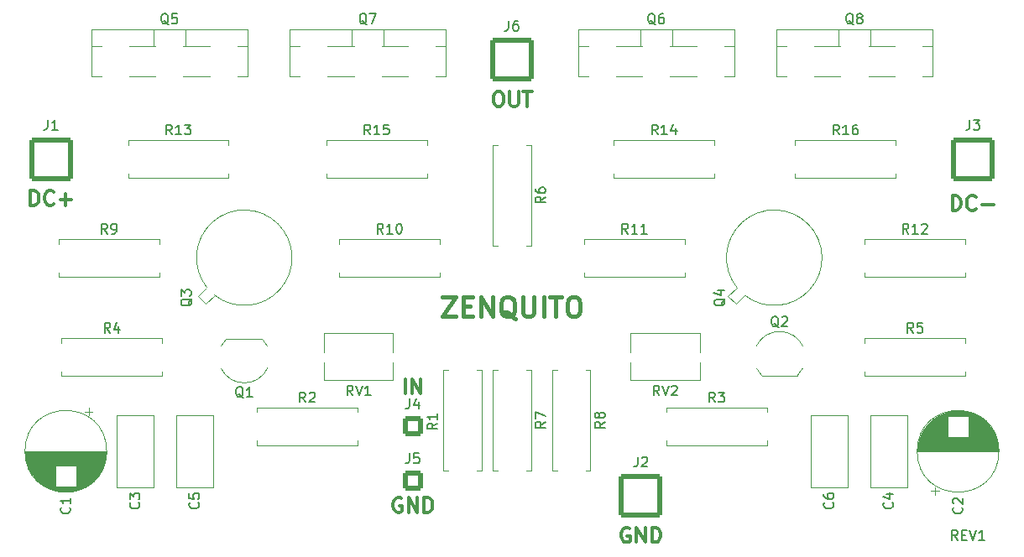
<source format=gto>
%TF.GenerationSoftware,KiCad,Pcbnew,(6.0.0)*%
%TF.CreationDate,2022-01-15T19:35:22+01:00*%
%TF.ProjectId,zenquito,7a656e71-7569-4746-9f2e-6b696361645f,1*%
%TF.SameCoordinates,Original*%
%TF.FileFunction,Legend,Top*%
%TF.FilePolarity,Positive*%
%FSLAX46Y46*%
G04 Gerber Fmt 4.6, Leading zero omitted, Abs format (unit mm)*
G04 Created by KiCad (PCBNEW (6.0.0)) date 2022-01-15 19:35:22*
%MOMM*%
%LPD*%
G01*
G04 APERTURE LIST*
G04 Aperture macros list*
%AMRoundRect*
0 Rectangle with rounded corners*
0 $1 Rounding radius*
0 $2 $3 $4 $5 $6 $7 $8 $9 X,Y pos of 4 corners*
0 Add a 4 corners polygon primitive as box body*
4,1,4,$2,$3,$4,$5,$6,$7,$8,$9,$2,$3,0*
0 Add four circle primitives for the rounded corners*
1,1,$1+$1,$2,$3*
1,1,$1+$1,$4,$5*
1,1,$1+$1,$6,$7*
1,1,$1+$1,$8,$9*
0 Add four rect primitives between the rounded corners*
20,1,$1+$1,$2,$3,$4,$5,0*
20,1,$1+$1,$4,$5,$6,$7,0*
20,1,$1+$1,$6,$7,$8,$9,0*
20,1,$1+$1,$8,$9,$2,$3,0*%
G04 Aperture macros list end*
%ADD10C,0.300000*%
%ADD11C,0.400000*%
%ADD12C,0.150000*%
%ADD13C,0.120000*%
%ADD14RoundRect,0.250001X-0.799999X-0.799999X0.799999X-0.799999X0.799999X0.799999X-0.799999X0.799999X0*%
%ADD15O,1.200000X1.600000*%
%ADD16O,1.200000X1.200000*%
%ADD17R,2.500000X4.500000*%
%ADD18O,2.500000X4.500000*%
%ADD19C,2.400000*%
%ADD20O,2.400000X2.400000*%
%ADD21C,1.440000*%
%ADD22R,1.500000X1.500000*%
%ADD23C,1.500000*%
%ADD24R,1.600000X1.600000*%
%ADD25C,1.600000*%
%ADD26RoundRect,0.249999X-1.950001X-1.950001X1.950001X-1.950001X1.950001X1.950001X-1.950001X1.950001X0*%
G04 APERTURE END LIST*
D10*
X88857142Y-104250000D02*
X88714285Y-104178571D01*
X88500000Y-104178571D01*
X88285714Y-104250000D01*
X88142857Y-104392857D01*
X88071428Y-104535714D01*
X88000000Y-104821428D01*
X88000000Y-105035714D01*
X88071428Y-105321428D01*
X88142857Y-105464285D01*
X88285714Y-105607142D01*
X88500000Y-105678571D01*
X88642857Y-105678571D01*
X88857142Y-105607142D01*
X88928571Y-105535714D01*
X88928571Y-105035714D01*
X88642857Y-105035714D01*
X89571428Y-105678571D02*
X89571428Y-104178571D01*
X90428571Y-105678571D01*
X90428571Y-104178571D01*
X91142857Y-105678571D02*
X91142857Y-104178571D01*
X91500000Y-104178571D01*
X91714285Y-104250000D01*
X91857142Y-104392857D01*
X91928571Y-104535714D01*
X92000000Y-104821428D01*
X92000000Y-105035714D01*
X91928571Y-105321428D01*
X91857142Y-105464285D01*
X91714285Y-105607142D01*
X91500000Y-105678571D01*
X91142857Y-105678571D01*
X111857142Y-107250000D02*
X111714285Y-107178571D01*
X111500000Y-107178571D01*
X111285714Y-107250000D01*
X111142857Y-107392857D01*
X111071428Y-107535714D01*
X111000000Y-107821428D01*
X111000000Y-108035714D01*
X111071428Y-108321428D01*
X111142857Y-108464285D01*
X111285714Y-108607142D01*
X111500000Y-108678571D01*
X111642857Y-108678571D01*
X111857142Y-108607142D01*
X111928571Y-108535714D01*
X111928571Y-108035714D01*
X111642857Y-108035714D01*
X112571428Y-108678571D02*
X112571428Y-107178571D01*
X113428571Y-108678571D01*
X113428571Y-107178571D01*
X114142857Y-108678571D02*
X114142857Y-107178571D01*
X114500000Y-107178571D01*
X114714285Y-107250000D01*
X114857142Y-107392857D01*
X114928571Y-107535714D01*
X115000000Y-107821428D01*
X115000000Y-108035714D01*
X114928571Y-108321428D01*
X114857142Y-108464285D01*
X114714285Y-108607142D01*
X114500000Y-108678571D01*
X114142857Y-108678571D01*
X98500000Y-63178571D02*
X98785714Y-63178571D01*
X98928571Y-63250000D01*
X99071428Y-63392857D01*
X99142857Y-63678571D01*
X99142857Y-64178571D01*
X99071428Y-64464285D01*
X98928571Y-64607142D01*
X98785714Y-64678571D01*
X98500000Y-64678571D01*
X98357142Y-64607142D01*
X98214285Y-64464285D01*
X98142857Y-64178571D01*
X98142857Y-63678571D01*
X98214285Y-63392857D01*
X98357142Y-63250000D01*
X98500000Y-63178571D01*
X99785714Y-63178571D02*
X99785714Y-64392857D01*
X99857142Y-64535714D01*
X99928571Y-64607142D01*
X100071428Y-64678571D01*
X100357142Y-64678571D01*
X100500000Y-64607142D01*
X100571428Y-64535714D01*
X100642857Y-64392857D01*
X100642857Y-63178571D01*
X101142857Y-63178571D02*
X102000000Y-63178571D01*
X101571428Y-64678571D02*
X101571428Y-63178571D01*
D11*
X93000000Y-83904761D02*
X94333333Y-83904761D01*
X93000000Y-85904761D01*
X94333333Y-85904761D01*
X95095238Y-84857142D02*
X95761904Y-84857142D01*
X96047619Y-85904761D02*
X95095238Y-85904761D01*
X95095238Y-83904761D01*
X96047619Y-83904761D01*
X96904761Y-85904761D02*
X96904761Y-83904761D01*
X98047619Y-85904761D01*
X98047619Y-83904761D01*
X100333333Y-86095238D02*
X100142857Y-86000000D01*
X99952380Y-85809523D01*
X99666666Y-85523809D01*
X99476190Y-85428571D01*
X99285714Y-85428571D01*
X99380952Y-85904761D02*
X99190476Y-85809523D01*
X99000000Y-85619047D01*
X98904761Y-85238095D01*
X98904761Y-84571428D01*
X99000000Y-84190476D01*
X99190476Y-84000000D01*
X99380952Y-83904761D01*
X99761904Y-83904761D01*
X99952380Y-84000000D01*
X100142857Y-84190476D01*
X100238095Y-84571428D01*
X100238095Y-85238095D01*
X100142857Y-85619047D01*
X99952380Y-85809523D01*
X99761904Y-85904761D01*
X99380952Y-85904761D01*
X101095238Y-83904761D02*
X101095238Y-85523809D01*
X101190476Y-85714285D01*
X101285714Y-85809523D01*
X101476190Y-85904761D01*
X101857142Y-85904761D01*
X102047619Y-85809523D01*
X102142857Y-85714285D01*
X102238095Y-85523809D01*
X102238095Y-83904761D01*
X103190476Y-85904761D02*
X103190476Y-83904761D01*
X103857142Y-83904761D02*
X105000000Y-83904761D01*
X104428571Y-85904761D02*
X104428571Y-83904761D01*
X106047619Y-83904761D02*
X106428571Y-83904761D01*
X106619047Y-84000000D01*
X106809523Y-84190476D01*
X106904761Y-84571428D01*
X106904761Y-85238095D01*
X106809523Y-85619047D01*
X106619047Y-85809523D01*
X106428571Y-85904761D01*
X106047619Y-85904761D01*
X105857142Y-85809523D01*
X105666666Y-85619047D01*
X105571428Y-85238095D01*
X105571428Y-84571428D01*
X105666666Y-84190476D01*
X105857142Y-84000000D01*
X106047619Y-83904761D01*
D12*
X144952380Y-108452380D02*
X144619047Y-107976190D01*
X144380952Y-108452380D02*
X144380952Y-107452380D01*
X144761904Y-107452380D01*
X144857142Y-107500000D01*
X144904761Y-107547619D01*
X144952380Y-107642857D01*
X144952380Y-107785714D01*
X144904761Y-107880952D01*
X144857142Y-107928571D01*
X144761904Y-107976190D01*
X144380952Y-107976190D01*
X145380952Y-107928571D02*
X145714285Y-107928571D01*
X145857142Y-108452380D02*
X145380952Y-108452380D01*
X145380952Y-107452380D01*
X145857142Y-107452380D01*
X146142857Y-107452380D02*
X146476190Y-108452380D01*
X146809523Y-107452380D01*
X147666666Y-108452380D02*
X147095238Y-108452380D01*
X147380952Y-108452380D02*
X147380952Y-107452380D01*
X147285714Y-107595238D01*
X147190476Y-107690476D01*
X147095238Y-107738095D01*
D10*
X51428571Y-74678571D02*
X51428571Y-73178571D01*
X51785714Y-73178571D01*
X52000000Y-73250000D01*
X52142857Y-73392857D01*
X52214285Y-73535714D01*
X52285714Y-73821428D01*
X52285714Y-74035714D01*
X52214285Y-74321428D01*
X52142857Y-74464285D01*
X52000000Y-74607142D01*
X51785714Y-74678571D01*
X51428571Y-74678571D01*
X53785714Y-74535714D02*
X53714285Y-74607142D01*
X53500000Y-74678571D01*
X53357142Y-74678571D01*
X53142857Y-74607142D01*
X53000000Y-74464285D01*
X52928571Y-74321428D01*
X52857142Y-74035714D01*
X52857142Y-73821428D01*
X52928571Y-73535714D01*
X53000000Y-73392857D01*
X53142857Y-73250000D01*
X53357142Y-73178571D01*
X53500000Y-73178571D01*
X53714285Y-73250000D01*
X53785714Y-73321428D01*
X54428571Y-74107142D02*
X55571428Y-74107142D01*
X55000000Y-74678571D02*
X55000000Y-73535714D01*
X144428571Y-75178571D02*
X144428571Y-73678571D01*
X144785714Y-73678571D01*
X145000000Y-73750000D01*
X145142857Y-73892857D01*
X145214285Y-74035714D01*
X145285714Y-74321428D01*
X145285714Y-74535714D01*
X145214285Y-74821428D01*
X145142857Y-74964285D01*
X145000000Y-75107142D01*
X144785714Y-75178571D01*
X144428571Y-75178571D01*
X146785714Y-75035714D02*
X146714285Y-75107142D01*
X146500000Y-75178571D01*
X146357142Y-75178571D01*
X146142857Y-75107142D01*
X146000000Y-74964285D01*
X145928571Y-74821428D01*
X145857142Y-74535714D01*
X145857142Y-74321428D01*
X145928571Y-74035714D01*
X146000000Y-73892857D01*
X146142857Y-73750000D01*
X146357142Y-73678571D01*
X146500000Y-73678571D01*
X146714285Y-73750000D01*
X146785714Y-73821428D01*
X147428571Y-74607142D02*
X148571428Y-74607142D01*
X89214285Y-93678571D02*
X89214285Y-92178571D01*
X89928571Y-93678571D02*
X89928571Y-92178571D01*
X90785714Y-93678571D01*
X90785714Y-92178571D01*
D12*
%TO.C,J4*%
X89666666Y-94202380D02*
X89666666Y-94916666D01*
X89619047Y-95059523D01*
X89523809Y-95154761D01*
X89380952Y-95202380D01*
X89285714Y-95202380D01*
X90571428Y-94535714D02*
X90571428Y-95202380D01*
X90333333Y-94154761D02*
X90095238Y-94869047D01*
X90714285Y-94869047D01*
%TO.C,J5*%
X89666666Y-99702380D02*
X89666666Y-100416666D01*
X89619047Y-100559523D01*
X89523809Y-100654761D01*
X89380952Y-100702380D01*
X89285714Y-100702380D01*
X90619047Y-99702380D02*
X90142857Y-99702380D01*
X90095238Y-100178571D01*
X90142857Y-100130952D01*
X90238095Y-100083333D01*
X90476190Y-100083333D01*
X90571428Y-100130952D01*
X90619047Y-100178571D01*
X90666666Y-100273809D01*
X90666666Y-100511904D01*
X90619047Y-100607142D01*
X90571428Y-100654761D01*
X90476190Y-100702380D01*
X90238095Y-100702380D01*
X90142857Y-100654761D01*
X90095238Y-100607142D01*
%TO.C,Q3*%
X67727619Y-84095238D02*
X67680000Y-84190476D01*
X67584761Y-84285714D01*
X67441904Y-84428571D01*
X67394285Y-84523809D01*
X67394285Y-84619047D01*
X67632380Y-84571428D02*
X67584761Y-84666666D01*
X67489523Y-84761904D01*
X67299047Y-84809523D01*
X66965714Y-84809523D01*
X66775238Y-84761904D01*
X66680000Y-84666666D01*
X66632380Y-84571428D01*
X66632380Y-84380952D01*
X66680000Y-84285714D01*
X66775238Y-84190476D01*
X66965714Y-84142857D01*
X67299047Y-84142857D01*
X67489523Y-84190476D01*
X67584761Y-84285714D01*
X67632380Y-84380952D01*
X67632380Y-84571428D01*
X66632380Y-83809523D02*
X66632380Y-83190476D01*
X67013333Y-83523809D01*
X67013333Y-83380952D01*
X67060952Y-83285714D01*
X67108571Y-83238095D01*
X67203809Y-83190476D01*
X67441904Y-83190476D01*
X67537142Y-83238095D01*
X67584761Y-83285714D01*
X67632380Y-83380952D01*
X67632380Y-83666666D01*
X67584761Y-83761904D01*
X67537142Y-83809523D01*
%TO.C,Q4*%
X121507619Y-84095238D02*
X121460000Y-84190476D01*
X121364761Y-84285714D01*
X121221904Y-84428571D01*
X121174285Y-84523809D01*
X121174285Y-84619047D01*
X121412380Y-84571428D02*
X121364761Y-84666666D01*
X121269523Y-84761904D01*
X121079047Y-84809523D01*
X120745714Y-84809523D01*
X120555238Y-84761904D01*
X120460000Y-84666666D01*
X120412380Y-84571428D01*
X120412380Y-84380952D01*
X120460000Y-84285714D01*
X120555238Y-84190476D01*
X120745714Y-84142857D01*
X121079047Y-84142857D01*
X121269523Y-84190476D01*
X121364761Y-84285714D01*
X121412380Y-84380952D01*
X121412380Y-84571428D01*
X120745714Y-83285714D02*
X121412380Y-83285714D01*
X120364761Y-83523809D02*
X121079047Y-83761904D01*
X121079047Y-83142857D01*
%TO.C,Q5*%
X65354761Y-56427619D02*
X65259523Y-56380000D01*
X65164285Y-56284761D01*
X65021428Y-56141904D01*
X64926190Y-56094285D01*
X64830952Y-56094285D01*
X64878571Y-56332380D02*
X64783333Y-56284761D01*
X64688095Y-56189523D01*
X64640476Y-55999047D01*
X64640476Y-55665714D01*
X64688095Y-55475238D01*
X64783333Y-55380000D01*
X64878571Y-55332380D01*
X65069047Y-55332380D01*
X65164285Y-55380000D01*
X65259523Y-55475238D01*
X65307142Y-55665714D01*
X65307142Y-55999047D01*
X65259523Y-56189523D01*
X65164285Y-56284761D01*
X65069047Y-56332380D01*
X64878571Y-56332380D01*
X66211904Y-55332380D02*
X65735714Y-55332380D01*
X65688095Y-55808571D01*
X65735714Y-55760952D01*
X65830952Y-55713333D01*
X66069047Y-55713333D01*
X66164285Y-55760952D01*
X66211904Y-55808571D01*
X66259523Y-55903809D01*
X66259523Y-56141904D01*
X66211904Y-56237142D01*
X66164285Y-56284761D01*
X66069047Y-56332380D01*
X65830952Y-56332380D01*
X65735714Y-56284761D01*
X65688095Y-56237142D01*
%TO.C,Q6*%
X114454761Y-56427619D02*
X114359523Y-56380000D01*
X114264285Y-56284761D01*
X114121428Y-56141904D01*
X114026190Y-56094285D01*
X113930952Y-56094285D01*
X113978571Y-56332380D02*
X113883333Y-56284761D01*
X113788095Y-56189523D01*
X113740476Y-55999047D01*
X113740476Y-55665714D01*
X113788095Y-55475238D01*
X113883333Y-55380000D01*
X113978571Y-55332380D01*
X114169047Y-55332380D01*
X114264285Y-55380000D01*
X114359523Y-55475238D01*
X114407142Y-55665714D01*
X114407142Y-55999047D01*
X114359523Y-56189523D01*
X114264285Y-56284761D01*
X114169047Y-56332380D01*
X113978571Y-56332380D01*
X115264285Y-55332380D02*
X115073809Y-55332380D01*
X114978571Y-55380000D01*
X114930952Y-55427619D01*
X114835714Y-55570476D01*
X114788095Y-55760952D01*
X114788095Y-56141904D01*
X114835714Y-56237142D01*
X114883333Y-56284761D01*
X114978571Y-56332380D01*
X115169047Y-56332380D01*
X115264285Y-56284761D01*
X115311904Y-56237142D01*
X115359523Y-56141904D01*
X115359523Y-55903809D01*
X115311904Y-55808571D01*
X115264285Y-55760952D01*
X115169047Y-55713333D01*
X114978571Y-55713333D01*
X114883333Y-55760952D01*
X114835714Y-55808571D01*
X114788095Y-55903809D01*
%TO.C,Q8*%
X134454761Y-56427619D02*
X134359523Y-56380000D01*
X134264285Y-56284761D01*
X134121428Y-56141904D01*
X134026190Y-56094285D01*
X133930952Y-56094285D01*
X133978571Y-56332380D02*
X133883333Y-56284761D01*
X133788095Y-56189523D01*
X133740476Y-55999047D01*
X133740476Y-55665714D01*
X133788095Y-55475238D01*
X133883333Y-55380000D01*
X133978571Y-55332380D01*
X134169047Y-55332380D01*
X134264285Y-55380000D01*
X134359523Y-55475238D01*
X134407142Y-55665714D01*
X134407142Y-55999047D01*
X134359523Y-56189523D01*
X134264285Y-56284761D01*
X134169047Y-56332380D01*
X133978571Y-56332380D01*
X134978571Y-55760952D02*
X134883333Y-55713333D01*
X134835714Y-55665714D01*
X134788095Y-55570476D01*
X134788095Y-55522857D01*
X134835714Y-55427619D01*
X134883333Y-55380000D01*
X134978571Y-55332380D01*
X135169047Y-55332380D01*
X135264285Y-55380000D01*
X135311904Y-55427619D01*
X135359523Y-55522857D01*
X135359523Y-55570476D01*
X135311904Y-55665714D01*
X135264285Y-55713333D01*
X135169047Y-55760952D01*
X134978571Y-55760952D01*
X134883333Y-55808571D01*
X134835714Y-55856190D01*
X134788095Y-55951428D01*
X134788095Y-56141904D01*
X134835714Y-56237142D01*
X134883333Y-56284761D01*
X134978571Y-56332380D01*
X135169047Y-56332380D01*
X135264285Y-56284761D01*
X135311904Y-56237142D01*
X135359523Y-56141904D01*
X135359523Y-55951428D01*
X135311904Y-55856190D01*
X135264285Y-55808571D01*
X135169047Y-55760952D01*
%TO.C,R1*%
X92452380Y-96666666D02*
X91976190Y-97000000D01*
X92452380Y-97238095D02*
X91452380Y-97238095D01*
X91452380Y-96857142D01*
X91500000Y-96761904D01*
X91547619Y-96714285D01*
X91642857Y-96666666D01*
X91785714Y-96666666D01*
X91880952Y-96714285D01*
X91928571Y-96761904D01*
X91976190Y-96857142D01*
X91976190Y-97238095D01*
X92452380Y-95714285D02*
X92452380Y-96285714D01*
X92452380Y-96000000D02*
X91452380Y-96000000D01*
X91595238Y-96095238D01*
X91690476Y-96190476D01*
X91738095Y-96285714D01*
%TO.C,R3*%
X120483333Y-94532380D02*
X120150000Y-94056190D01*
X119911904Y-94532380D02*
X119911904Y-93532380D01*
X120292857Y-93532380D01*
X120388095Y-93580000D01*
X120435714Y-93627619D01*
X120483333Y-93722857D01*
X120483333Y-93865714D01*
X120435714Y-93960952D01*
X120388095Y-94008571D01*
X120292857Y-94056190D01*
X119911904Y-94056190D01*
X120816666Y-93532380D02*
X121435714Y-93532380D01*
X121102380Y-93913333D01*
X121245238Y-93913333D01*
X121340476Y-93960952D01*
X121388095Y-94008571D01*
X121435714Y-94103809D01*
X121435714Y-94341904D01*
X121388095Y-94437142D01*
X121340476Y-94484761D01*
X121245238Y-94532380D01*
X120959523Y-94532380D01*
X120864285Y-94484761D01*
X120816666Y-94437142D01*
%TO.C,R4*%
X59483333Y-87532380D02*
X59150000Y-87056190D01*
X58911904Y-87532380D02*
X58911904Y-86532380D01*
X59292857Y-86532380D01*
X59388095Y-86580000D01*
X59435714Y-86627619D01*
X59483333Y-86722857D01*
X59483333Y-86865714D01*
X59435714Y-86960952D01*
X59388095Y-87008571D01*
X59292857Y-87056190D01*
X58911904Y-87056190D01*
X60340476Y-86865714D02*
X60340476Y-87532380D01*
X60102380Y-86484761D02*
X59864285Y-87199047D01*
X60483333Y-87199047D01*
%TO.C,R5*%
X140483333Y-87532380D02*
X140150000Y-87056190D01*
X139911904Y-87532380D02*
X139911904Y-86532380D01*
X140292857Y-86532380D01*
X140388095Y-86580000D01*
X140435714Y-86627619D01*
X140483333Y-86722857D01*
X140483333Y-86865714D01*
X140435714Y-86960952D01*
X140388095Y-87008571D01*
X140292857Y-87056190D01*
X139911904Y-87056190D01*
X141388095Y-86532380D02*
X140911904Y-86532380D01*
X140864285Y-87008571D01*
X140911904Y-86960952D01*
X141007142Y-86913333D01*
X141245238Y-86913333D01*
X141340476Y-86960952D01*
X141388095Y-87008571D01*
X141435714Y-87103809D01*
X141435714Y-87341904D01*
X141388095Y-87437142D01*
X141340476Y-87484761D01*
X141245238Y-87532380D01*
X141007142Y-87532380D01*
X140911904Y-87484761D01*
X140864285Y-87437142D01*
%TO.C,R8*%
X109372380Y-96516666D02*
X108896190Y-96850000D01*
X109372380Y-97088095D02*
X108372380Y-97088095D01*
X108372380Y-96707142D01*
X108420000Y-96611904D01*
X108467619Y-96564285D01*
X108562857Y-96516666D01*
X108705714Y-96516666D01*
X108800952Y-96564285D01*
X108848571Y-96611904D01*
X108896190Y-96707142D01*
X108896190Y-97088095D01*
X108800952Y-95945238D02*
X108753333Y-96040476D01*
X108705714Y-96088095D01*
X108610476Y-96135714D01*
X108562857Y-96135714D01*
X108467619Y-96088095D01*
X108420000Y-96040476D01*
X108372380Y-95945238D01*
X108372380Y-95754761D01*
X108420000Y-95659523D01*
X108467619Y-95611904D01*
X108562857Y-95564285D01*
X108610476Y-95564285D01*
X108705714Y-95611904D01*
X108753333Y-95659523D01*
X108800952Y-95754761D01*
X108800952Y-95945238D01*
X108848571Y-96040476D01*
X108896190Y-96088095D01*
X108991428Y-96135714D01*
X109181904Y-96135714D01*
X109277142Y-96088095D01*
X109324761Y-96040476D01*
X109372380Y-95945238D01*
X109372380Y-95754761D01*
X109324761Y-95659523D01*
X109277142Y-95611904D01*
X109181904Y-95564285D01*
X108991428Y-95564285D01*
X108896190Y-95611904D01*
X108848571Y-95659523D01*
X108800952Y-95754761D01*
%TO.C,R10*%
X87007142Y-77532380D02*
X86673809Y-77056190D01*
X86435714Y-77532380D02*
X86435714Y-76532380D01*
X86816666Y-76532380D01*
X86911904Y-76580000D01*
X86959523Y-76627619D01*
X87007142Y-76722857D01*
X87007142Y-76865714D01*
X86959523Y-76960952D01*
X86911904Y-77008571D01*
X86816666Y-77056190D01*
X86435714Y-77056190D01*
X87959523Y-77532380D02*
X87388095Y-77532380D01*
X87673809Y-77532380D02*
X87673809Y-76532380D01*
X87578571Y-76675238D01*
X87483333Y-76770476D01*
X87388095Y-76818095D01*
X88578571Y-76532380D02*
X88673809Y-76532380D01*
X88769047Y-76580000D01*
X88816666Y-76627619D01*
X88864285Y-76722857D01*
X88911904Y-76913333D01*
X88911904Y-77151428D01*
X88864285Y-77341904D01*
X88816666Y-77437142D01*
X88769047Y-77484761D01*
X88673809Y-77532380D01*
X88578571Y-77532380D01*
X88483333Y-77484761D01*
X88435714Y-77437142D01*
X88388095Y-77341904D01*
X88340476Y-77151428D01*
X88340476Y-76913333D01*
X88388095Y-76722857D01*
X88435714Y-76627619D01*
X88483333Y-76580000D01*
X88578571Y-76532380D01*
%TO.C,R11*%
X111707142Y-77532380D02*
X111373809Y-77056190D01*
X111135714Y-77532380D02*
X111135714Y-76532380D01*
X111516666Y-76532380D01*
X111611904Y-76580000D01*
X111659523Y-76627619D01*
X111707142Y-76722857D01*
X111707142Y-76865714D01*
X111659523Y-76960952D01*
X111611904Y-77008571D01*
X111516666Y-77056190D01*
X111135714Y-77056190D01*
X112659523Y-77532380D02*
X112088095Y-77532380D01*
X112373809Y-77532380D02*
X112373809Y-76532380D01*
X112278571Y-76675238D01*
X112183333Y-76770476D01*
X112088095Y-76818095D01*
X113611904Y-77532380D02*
X113040476Y-77532380D01*
X113326190Y-77532380D02*
X113326190Y-76532380D01*
X113230952Y-76675238D01*
X113135714Y-76770476D01*
X113040476Y-76818095D01*
%TO.C,R12*%
X140007142Y-77532380D02*
X139673809Y-77056190D01*
X139435714Y-77532380D02*
X139435714Y-76532380D01*
X139816666Y-76532380D01*
X139911904Y-76580000D01*
X139959523Y-76627619D01*
X140007142Y-76722857D01*
X140007142Y-76865714D01*
X139959523Y-76960952D01*
X139911904Y-77008571D01*
X139816666Y-77056190D01*
X139435714Y-77056190D01*
X140959523Y-77532380D02*
X140388095Y-77532380D01*
X140673809Y-77532380D02*
X140673809Y-76532380D01*
X140578571Y-76675238D01*
X140483333Y-76770476D01*
X140388095Y-76818095D01*
X141340476Y-76627619D02*
X141388095Y-76580000D01*
X141483333Y-76532380D01*
X141721428Y-76532380D01*
X141816666Y-76580000D01*
X141864285Y-76627619D01*
X141911904Y-76722857D01*
X141911904Y-76818095D01*
X141864285Y-76960952D01*
X141292857Y-77532380D01*
X141911904Y-77532380D01*
%TO.C,R14*%
X114707142Y-67532380D02*
X114373809Y-67056190D01*
X114135714Y-67532380D02*
X114135714Y-66532380D01*
X114516666Y-66532380D01*
X114611904Y-66580000D01*
X114659523Y-66627619D01*
X114707142Y-66722857D01*
X114707142Y-66865714D01*
X114659523Y-66960952D01*
X114611904Y-67008571D01*
X114516666Y-67056190D01*
X114135714Y-67056190D01*
X115659523Y-67532380D02*
X115088095Y-67532380D01*
X115373809Y-67532380D02*
X115373809Y-66532380D01*
X115278571Y-66675238D01*
X115183333Y-66770476D01*
X115088095Y-66818095D01*
X116516666Y-66865714D02*
X116516666Y-67532380D01*
X116278571Y-66484761D02*
X116040476Y-67199047D01*
X116659523Y-67199047D01*
%TO.C,RV2*%
X114864761Y-93862380D02*
X114531428Y-93386190D01*
X114293333Y-93862380D02*
X114293333Y-92862380D01*
X114674285Y-92862380D01*
X114769523Y-92910000D01*
X114817142Y-92957619D01*
X114864761Y-93052857D01*
X114864761Y-93195714D01*
X114817142Y-93290952D01*
X114769523Y-93338571D01*
X114674285Y-93386190D01*
X114293333Y-93386190D01*
X115150476Y-92862380D02*
X115483809Y-93862380D01*
X115817142Y-92862380D01*
X116102857Y-92957619D02*
X116150476Y-92910000D01*
X116245714Y-92862380D01*
X116483809Y-92862380D01*
X116579047Y-92910000D01*
X116626666Y-92957619D01*
X116674285Y-93052857D01*
X116674285Y-93148095D01*
X116626666Y-93290952D01*
X116055238Y-93862380D01*
X116674285Y-93862380D01*
%TO.C,R7*%
X103372380Y-96516666D02*
X102896190Y-96850000D01*
X103372380Y-97088095D02*
X102372380Y-97088095D01*
X102372380Y-96707142D01*
X102420000Y-96611904D01*
X102467619Y-96564285D01*
X102562857Y-96516666D01*
X102705714Y-96516666D01*
X102800952Y-96564285D01*
X102848571Y-96611904D01*
X102896190Y-96707142D01*
X102896190Y-97088095D01*
X102372380Y-96183333D02*
X102372380Y-95516666D01*
X103372380Y-95945238D01*
%TO.C,Q1*%
X72904761Y-94107619D02*
X72809523Y-94060000D01*
X72714285Y-93964761D01*
X72571428Y-93821904D01*
X72476190Y-93774285D01*
X72380952Y-93774285D01*
X72428571Y-94012380D02*
X72333333Y-93964761D01*
X72238095Y-93869523D01*
X72190476Y-93679047D01*
X72190476Y-93345714D01*
X72238095Y-93155238D01*
X72333333Y-93060000D01*
X72428571Y-93012380D01*
X72619047Y-93012380D01*
X72714285Y-93060000D01*
X72809523Y-93155238D01*
X72857142Y-93345714D01*
X72857142Y-93679047D01*
X72809523Y-93869523D01*
X72714285Y-93964761D01*
X72619047Y-94012380D01*
X72428571Y-94012380D01*
X73809523Y-94012380D02*
X73238095Y-94012380D01*
X73523809Y-94012380D02*
X73523809Y-93012380D01*
X73428571Y-93155238D01*
X73333333Y-93250476D01*
X73238095Y-93298095D01*
%TO.C,R2*%
X79183333Y-94532380D02*
X78850000Y-94056190D01*
X78611904Y-94532380D02*
X78611904Y-93532380D01*
X78992857Y-93532380D01*
X79088095Y-93580000D01*
X79135714Y-93627619D01*
X79183333Y-93722857D01*
X79183333Y-93865714D01*
X79135714Y-93960952D01*
X79088095Y-94008571D01*
X78992857Y-94056190D01*
X78611904Y-94056190D01*
X79564285Y-93627619D02*
X79611904Y-93580000D01*
X79707142Y-93532380D01*
X79945238Y-93532380D01*
X80040476Y-93580000D01*
X80088095Y-93627619D01*
X80135714Y-93722857D01*
X80135714Y-93818095D01*
X80088095Y-93960952D01*
X79516666Y-94532380D01*
X80135714Y-94532380D01*
%TO.C,R9*%
X59183333Y-77532380D02*
X58850000Y-77056190D01*
X58611904Y-77532380D02*
X58611904Y-76532380D01*
X58992857Y-76532380D01*
X59088095Y-76580000D01*
X59135714Y-76627619D01*
X59183333Y-76722857D01*
X59183333Y-76865714D01*
X59135714Y-76960952D01*
X59088095Y-77008571D01*
X58992857Y-77056190D01*
X58611904Y-77056190D01*
X59659523Y-77532380D02*
X59850000Y-77532380D01*
X59945238Y-77484761D01*
X59992857Y-77437142D01*
X60088095Y-77294285D01*
X60135714Y-77103809D01*
X60135714Y-76722857D01*
X60088095Y-76627619D01*
X60040476Y-76580000D01*
X59945238Y-76532380D01*
X59754761Y-76532380D01*
X59659523Y-76580000D01*
X59611904Y-76627619D01*
X59564285Y-76722857D01*
X59564285Y-76960952D01*
X59611904Y-77056190D01*
X59659523Y-77103809D01*
X59754761Y-77151428D01*
X59945238Y-77151428D01*
X60040476Y-77103809D01*
X60088095Y-77056190D01*
X60135714Y-76960952D01*
%TO.C,C2*%
X145357142Y-105166666D02*
X145404761Y-105214285D01*
X145452380Y-105357142D01*
X145452380Y-105452380D01*
X145404761Y-105595238D01*
X145309523Y-105690476D01*
X145214285Y-105738095D01*
X145023809Y-105785714D01*
X144880952Y-105785714D01*
X144690476Y-105738095D01*
X144595238Y-105690476D01*
X144500000Y-105595238D01*
X144452380Y-105452380D01*
X144452380Y-105357142D01*
X144500000Y-105214285D01*
X144547619Y-105166666D01*
X144547619Y-104785714D02*
X144500000Y-104738095D01*
X144452380Y-104642857D01*
X144452380Y-104404761D01*
X144500000Y-104309523D01*
X144547619Y-104261904D01*
X144642857Y-104214285D01*
X144738095Y-104214285D01*
X144880952Y-104261904D01*
X145452380Y-104833333D01*
X145452380Y-104214285D01*
%TO.C,C3*%
X62357142Y-104666666D02*
X62404761Y-104714285D01*
X62452380Y-104857142D01*
X62452380Y-104952380D01*
X62404761Y-105095238D01*
X62309523Y-105190476D01*
X62214285Y-105238095D01*
X62023809Y-105285714D01*
X61880952Y-105285714D01*
X61690476Y-105238095D01*
X61595238Y-105190476D01*
X61500000Y-105095238D01*
X61452380Y-104952380D01*
X61452380Y-104857142D01*
X61500000Y-104714285D01*
X61547619Y-104666666D01*
X61452380Y-104333333D02*
X61452380Y-103714285D01*
X61833333Y-104047619D01*
X61833333Y-103904761D01*
X61880952Y-103809523D01*
X61928571Y-103761904D01*
X62023809Y-103714285D01*
X62261904Y-103714285D01*
X62357142Y-103761904D01*
X62404761Y-103809523D01*
X62452380Y-103904761D01*
X62452380Y-104190476D01*
X62404761Y-104285714D01*
X62357142Y-104333333D01*
%TO.C,RV1*%
X83944761Y-93862380D02*
X83611428Y-93386190D01*
X83373333Y-93862380D02*
X83373333Y-92862380D01*
X83754285Y-92862380D01*
X83849523Y-92910000D01*
X83897142Y-92957619D01*
X83944761Y-93052857D01*
X83944761Y-93195714D01*
X83897142Y-93290952D01*
X83849523Y-93338571D01*
X83754285Y-93386190D01*
X83373333Y-93386190D01*
X84230476Y-92862380D02*
X84563809Y-93862380D01*
X84897142Y-92862380D01*
X85754285Y-93862380D02*
X85182857Y-93862380D01*
X85468571Y-93862380D02*
X85468571Y-92862380D01*
X85373333Y-93005238D01*
X85278095Y-93100476D01*
X85182857Y-93148095D01*
%TO.C,Q2*%
X126904761Y-86987619D02*
X126809523Y-86940000D01*
X126714285Y-86844761D01*
X126571428Y-86701904D01*
X126476190Y-86654285D01*
X126380952Y-86654285D01*
X126428571Y-86892380D02*
X126333333Y-86844761D01*
X126238095Y-86749523D01*
X126190476Y-86559047D01*
X126190476Y-86225714D01*
X126238095Y-86035238D01*
X126333333Y-85940000D01*
X126428571Y-85892380D01*
X126619047Y-85892380D01*
X126714285Y-85940000D01*
X126809523Y-86035238D01*
X126857142Y-86225714D01*
X126857142Y-86559047D01*
X126809523Y-86749523D01*
X126714285Y-86844761D01*
X126619047Y-86892380D01*
X126428571Y-86892380D01*
X127238095Y-85987619D02*
X127285714Y-85940000D01*
X127380952Y-85892380D01*
X127619047Y-85892380D01*
X127714285Y-85940000D01*
X127761904Y-85987619D01*
X127809523Y-86082857D01*
X127809523Y-86178095D01*
X127761904Y-86320952D01*
X127190476Y-86892380D01*
X127809523Y-86892380D01*
%TO.C,J3*%
X146166666Y-66052380D02*
X146166666Y-66766666D01*
X146119047Y-66909523D01*
X146023809Y-67004761D01*
X145880952Y-67052380D01*
X145785714Y-67052380D01*
X146547619Y-66052380D02*
X147166666Y-66052380D01*
X146833333Y-66433333D01*
X146976190Y-66433333D01*
X147071428Y-66480952D01*
X147119047Y-66528571D01*
X147166666Y-66623809D01*
X147166666Y-66861904D01*
X147119047Y-66957142D01*
X147071428Y-67004761D01*
X146976190Y-67052380D01*
X146690476Y-67052380D01*
X146595238Y-67004761D01*
X146547619Y-66957142D01*
%TO.C,J6*%
X99666666Y-56052380D02*
X99666666Y-56766666D01*
X99619047Y-56909523D01*
X99523809Y-57004761D01*
X99380952Y-57052380D01*
X99285714Y-57052380D01*
X100571428Y-56052380D02*
X100380952Y-56052380D01*
X100285714Y-56100000D01*
X100238095Y-56147619D01*
X100142857Y-56290476D01*
X100095238Y-56480952D01*
X100095238Y-56861904D01*
X100142857Y-56957142D01*
X100190476Y-57004761D01*
X100285714Y-57052380D01*
X100476190Y-57052380D01*
X100571428Y-57004761D01*
X100619047Y-56957142D01*
X100666666Y-56861904D01*
X100666666Y-56623809D01*
X100619047Y-56528571D01*
X100571428Y-56480952D01*
X100476190Y-56433333D01*
X100285714Y-56433333D01*
X100190476Y-56480952D01*
X100142857Y-56528571D01*
X100095238Y-56623809D01*
%TO.C,R13*%
X65707142Y-67532380D02*
X65373809Y-67056190D01*
X65135714Y-67532380D02*
X65135714Y-66532380D01*
X65516666Y-66532380D01*
X65611904Y-66580000D01*
X65659523Y-66627619D01*
X65707142Y-66722857D01*
X65707142Y-66865714D01*
X65659523Y-66960952D01*
X65611904Y-67008571D01*
X65516666Y-67056190D01*
X65135714Y-67056190D01*
X66659523Y-67532380D02*
X66088095Y-67532380D01*
X66373809Y-67532380D02*
X66373809Y-66532380D01*
X66278571Y-66675238D01*
X66183333Y-66770476D01*
X66088095Y-66818095D01*
X66992857Y-66532380D02*
X67611904Y-66532380D01*
X67278571Y-66913333D01*
X67421428Y-66913333D01*
X67516666Y-66960952D01*
X67564285Y-67008571D01*
X67611904Y-67103809D01*
X67611904Y-67341904D01*
X67564285Y-67437142D01*
X67516666Y-67484761D01*
X67421428Y-67532380D01*
X67135714Y-67532380D01*
X67040476Y-67484761D01*
X66992857Y-67437142D01*
%TO.C,R16*%
X133007142Y-67532380D02*
X132673809Y-67056190D01*
X132435714Y-67532380D02*
X132435714Y-66532380D01*
X132816666Y-66532380D01*
X132911904Y-66580000D01*
X132959523Y-66627619D01*
X133007142Y-66722857D01*
X133007142Y-66865714D01*
X132959523Y-66960952D01*
X132911904Y-67008571D01*
X132816666Y-67056190D01*
X132435714Y-67056190D01*
X133959523Y-67532380D02*
X133388095Y-67532380D01*
X133673809Y-67532380D02*
X133673809Y-66532380D01*
X133578571Y-66675238D01*
X133483333Y-66770476D01*
X133388095Y-66818095D01*
X134816666Y-66532380D02*
X134626190Y-66532380D01*
X134530952Y-66580000D01*
X134483333Y-66627619D01*
X134388095Y-66770476D01*
X134340476Y-66960952D01*
X134340476Y-67341904D01*
X134388095Y-67437142D01*
X134435714Y-67484761D01*
X134530952Y-67532380D01*
X134721428Y-67532380D01*
X134816666Y-67484761D01*
X134864285Y-67437142D01*
X134911904Y-67341904D01*
X134911904Y-67103809D01*
X134864285Y-67008571D01*
X134816666Y-66960952D01*
X134721428Y-66913333D01*
X134530952Y-66913333D01*
X134435714Y-66960952D01*
X134388095Y-67008571D01*
X134340476Y-67103809D01*
%TO.C,R15*%
X85707142Y-67532380D02*
X85373809Y-67056190D01*
X85135714Y-67532380D02*
X85135714Y-66532380D01*
X85516666Y-66532380D01*
X85611904Y-66580000D01*
X85659523Y-66627619D01*
X85707142Y-66722857D01*
X85707142Y-66865714D01*
X85659523Y-66960952D01*
X85611904Y-67008571D01*
X85516666Y-67056190D01*
X85135714Y-67056190D01*
X86659523Y-67532380D02*
X86088095Y-67532380D01*
X86373809Y-67532380D02*
X86373809Y-66532380D01*
X86278571Y-66675238D01*
X86183333Y-66770476D01*
X86088095Y-66818095D01*
X87564285Y-66532380D02*
X87088095Y-66532380D01*
X87040476Y-67008571D01*
X87088095Y-66960952D01*
X87183333Y-66913333D01*
X87421428Y-66913333D01*
X87516666Y-66960952D01*
X87564285Y-67008571D01*
X87611904Y-67103809D01*
X87611904Y-67341904D01*
X87564285Y-67437142D01*
X87516666Y-67484761D01*
X87421428Y-67532380D01*
X87183333Y-67532380D01*
X87088095Y-67484761D01*
X87040476Y-67437142D01*
%TO.C,Q7*%
X85354761Y-56427619D02*
X85259523Y-56380000D01*
X85164285Y-56284761D01*
X85021428Y-56141904D01*
X84926190Y-56094285D01*
X84830952Y-56094285D01*
X84878571Y-56332380D02*
X84783333Y-56284761D01*
X84688095Y-56189523D01*
X84640476Y-55999047D01*
X84640476Y-55665714D01*
X84688095Y-55475238D01*
X84783333Y-55380000D01*
X84878571Y-55332380D01*
X85069047Y-55332380D01*
X85164285Y-55380000D01*
X85259523Y-55475238D01*
X85307142Y-55665714D01*
X85307142Y-55999047D01*
X85259523Y-56189523D01*
X85164285Y-56284761D01*
X85069047Y-56332380D01*
X84878571Y-56332380D01*
X85640476Y-55332380D02*
X86307142Y-55332380D01*
X85878571Y-56332380D01*
%TO.C,C5*%
X68357142Y-104666666D02*
X68404761Y-104714285D01*
X68452380Y-104857142D01*
X68452380Y-104952380D01*
X68404761Y-105095238D01*
X68309523Y-105190476D01*
X68214285Y-105238095D01*
X68023809Y-105285714D01*
X67880952Y-105285714D01*
X67690476Y-105238095D01*
X67595238Y-105190476D01*
X67500000Y-105095238D01*
X67452380Y-104952380D01*
X67452380Y-104857142D01*
X67500000Y-104714285D01*
X67547619Y-104666666D01*
X67452380Y-103761904D02*
X67452380Y-104238095D01*
X67928571Y-104285714D01*
X67880952Y-104238095D01*
X67833333Y-104142857D01*
X67833333Y-103904761D01*
X67880952Y-103809523D01*
X67928571Y-103761904D01*
X68023809Y-103714285D01*
X68261904Y-103714285D01*
X68357142Y-103761904D01*
X68404761Y-103809523D01*
X68452380Y-103904761D01*
X68452380Y-104142857D01*
X68404761Y-104238095D01*
X68357142Y-104285714D01*
%TO.C,J2*%
X112666666Y-100052380D02*
X112666666Y-100766666D01*
X112619047Y-100909523D01*
X112523809Y-101004761D01*
X112380952Y-101052380D01*
X112285714Y-101052380D01*
X113095238Y-100147619D02*
X113142857Y-100100000D01*
X113238095Y-100052380D01*
X113476190Y-100052380D01*
X113571428Y-100100000D01*
X113619047Y-100147619D01*
X113666666Y-100242857D01*
X113666666Y-100338095D01*
X113619047Y-100480952D01*
X113047619Y-101052380D01*
X113666666Y-101052380D01*
%TO.C,J1*%
X53166666Y-66052380D02*
X53166666Y-66766666D01*
X53119047Y-66909523D01*
X53023809Y-67004761D01*
X52880952Y-67052380D01*
X52785714Y-67052380D01*
X54166666Y-67052380D02*
X53595238Y-67052380D01*
X53880952Y-67052380D02*
X53880952Y-66052380D01*
X53785714Y-66195238D01*
X53690476Y-66290476D01*
X53595238Y-66338095D01*
%TO.C,C6*%
X132357142Y-104666666D02*
X132404761Y-104714285D01*
X132452380Y-104857142D01*
X132452380Y-104952380D01*
X132404761Y-105095238D01*
X132309523Y-105190476D01*
X132214285Y-105238095D01*
X132023809Y-105285714D01*
X131880952Y-105285714D01*
X131690476Y-105238095D01*
X131595238Y-105190476D01*
X131500000Y-105095238D01*
X131452380Y-104952380D01*
X131452380Y-104857142D01*
X131500000Y-104714285D01*
X131547619Y-104666666D01*
X131452380Y-103809523D02*
X131452380Y-104000000D01*
X131500000Y-104095238D01*
X131547619Y-104142857D01*
X131690476Y-104238095D01*
X131880952Y-104285714D01*
X132261904Y-104285714D01*
X132357142Y-104238095D01*
X132404761Y-104190476D01*
X132452380Y-104095238D01*
X132452380Y-103904761D01*
X132404761Y-103809523D01*
X132357142Y-103761904D01*
X132261904Y-103714285D01*
X132023809Y-103714285D01*
X131928571Y-103761904D01*
X131880952Y-103809523D01*
X131833333Y-103904761D01*
X131833333Y-104095238D01*
X131880952Y-104190476D01*
X131928571Y-104238095D01*
X132023809Y-104285714D01*
%TO.C,C1*%
X55357142Y-105166666D02*
X55404761Y-105214285D01*
X55452380Y-105357142D01*
X55452380Y-105452380D01*
X55404761Y-105595238D01*
X55309523Y-105690476D01*
X55214285Y-105738095D01*
X55023809Y-105785714D01*
X54880952Y-105785714D01*
X54690476Y-105738095D01*
X54595238Y-105690476D01*
X54500000Y-105595238D01*
X54452380Y-105452380D01*
X54452380Y-105357142D01*
X54500000Y-105214285D01*
X54547619Y-105166666D01*
X55452380Y-104214285D02*
X55452380Y-104785714D01*
X55452380Y-104500000D02*
X54452380Y-104500000D01*
X54595238Y-104595238D01*
X54690476Y-104690476D01*
X54738095Y-104785714D01*
%TO.C,C4*%
X138357142Y-104666666D02*
X138404761Y-104714285D01*
X138452380Y-104857142D01*
X138452380Y-104952380D01*
X138404761Y-105095238D01*
X138309523Y-105190476D01*
X138214285Y-105238095D01*
X138023809Y-105285714D01*
X137880952Y-105285714D01*
X137690476Y-105238095D01*
X137595238Y-105190476D01*
X137500000Y-105095238D01*
X137452380Y-104952380D01*
X137452380Y-104857142D01*
X137500000Y-104714285D01*
X137547619Y-104666666D01*
X137785714Y-103809523D02*
X138452380Y-103809523D01*
X137404761Y-104047619D02*
X138119047Y-104285714D01*
X138119047Y-103666666D01*
%TO.C,R6*%
X103372380Y-73816666D02*
X102896190Y-74150000D01*
X103372380Y-74388095D02*
X102372380Y-74388095D01*
X102372380Y-74007142D01*
X102420000Y-73911904D01*
X102467619Y-73864285D01*
X102562857Y-73816666D01*
X102705714Y-73816666D01*
X102800952Y-73864285D01*
X102848571Y-73911904D01*
X102896190Y-74007142D01*
X102896190Y-74388095D01*
X102372380Y-72959523D02*
X102372380Y-73150000D01*
X102420000Y-73245238D01*
X102467619Y-73292857D01*
X102610476Y-73388095D01*
X102800952Y-73435714D01*
X103181904Y-73435714D01*
X103277142Y-73388095D01*
X103324761Y-73340476D01*
X103372380Y-73245238D01*
X103372380Y-73054761D01*
X103324761Y-72959523D01*
X103277142Y-72911904D01*
X103181904Y-72864285D01*
X102943809Y-72864285D01*
X102848571Y-72911904D01*
X102800952Y-72959523D01*
X102753333Y-73054761D01*
X102753333Y-73245238D01*
X102800952Y-73340476D01*
X102848571Y-73388095D01*
X102943809Y-73435714D01*
D13*
%TO.C,Q3*%
X68334144Y-83848039D02*
X69111961Y-84625856D01*
X69111961Y-84625856D02*
X70002916Y-83734902D01*
X69225098Y-82957084D02*
X68334144Y-83848039D01*
X70002629Y-83734674D02*
G75*
G03*
X69225098Y-82957084I2997371J3774674D01*
G01*
%TO.C,Q4*%
X121794144Y-83848039D02*
X122571961Y-84625856D01*
X122571961Y-84625856D02*
X123462916Y-83734902D01*
X122685098Y-82957084D02*
X121794144Y-83848039D01*
X123462629Y-83734674D02*
G75*
G03*
X122685098Y-82957084I2997371J3774674D01*
G01*
%TO.C,Q5*%
X57580000Y-58620000D02*
X58600000Y-58620000D01*
X67051000Y-56880000D02*
X67051000Y-58620000D01*
X61400000Y-61620000D02*
X64051000Y-61620000D01*
X73320000Y-56880000D02*
X73320000Y-61620000D01*
X61400000Y-58620000D02*
X64051000Y-58620000D01*
X57580000Y-56880000D02*
X73320000Y-56880000D01*
X66850000Y-61620000D02*
X69500000Y-61620000D01*
X72300000Y-58620000D02*
X73320000Y-58620000D01*
X66850000Y-58620000D02*
X69500000Y-58620000D01*
X72300000Y-61620000D02*
X73320000Y-61620000D01*
X63850000Y-56880000D02*
X63850000Y-58620000D01*
X57580000Y-61620000D02*
X58600000Y-61620000D01*
X57580000Y-56880000D02*
X57580000Y-61620000D01*
%TO.C,Q6*%
X110500000Y-61620000D02*
X113151000Y-61620000D01*
X112950000Y-56880000D02*
X112950000Y-58620000D01*
X121400000Y-58620000D02*
X122420000Y-58620000D01*
X110500000Y-58620000D02*
X113151000Y-58620000D01*
X116151000Y-56880000D02*
X116151000Y-58620000D01*
X115950000Y-61620000D02*
X118600000Y-61620000D01*
X106680000Y-61620000D02*
X107700000Y-61620000D01*
X121400000Y-61620000D02*
X122420000Y-61620000D01*
X106680000Y-58620000D02*
X107700000Y-58620000D01*
X106680000Y-56880000D02*
X106680000Y-61620000D01*
X106680000Y-56880000D02*
X122420000Y-56880000D01*
X115950000Y-58620000D02*
X118600000Y-58620000D01*
X122420000Y-56880000D02*
X122420000Y-61620000D01*
%TO.C,Q8*%
X136151000Y-56880000D02*
X136151000Y-58620000D01*
X130500000Y-61620000D02*
X133151000Y-61620000D01*
X130500000Y-58620000D02*
X133151000Y-58620000D01*
X135950000Y-61620000D02*
X138600000Y-61620000D01*
X142420000Y-56880000D02*
X142420000Y-61620000D01*
X141400000Y-58620000D02*
X142420000Y-58620000D01*
X126680000Y-56880000D02*
X126680000Y-61620000D01*
X141400000Y-61620000D02*
X142420000Y-61620000D01*
X126680000Y-58620000D02*
X127700000Y-58620000D01*
X126680000Y-61620000D02*
X127700000Y-61620000D01*
X132950000Y-56880000D02*
X132950000Y-58620000D01*
X135950000Y-58620000D02*
X138600000Y-58620000D01*
X126680000Y-56880000D02*
X142420000Y-56880000D01*
%TO.C,R1*%
X96920000Y-101420000D02*
X96440000Y-101420000D01*
X96920000Y-91280000D02*
X96920000Y-101420000D01*
X93080000Y-91280000D02*
X93080000Y-101420000D01*
X96440000Y-91280000D02*
X96920000Y-91280000D01*
X93560000Y-91280000D02*
X93080000Y-91280000D01*
X93080000Y-101420000D02*
X93560000Y-101420000D01*
%TO.C,R3*%
X125720000Y-98920000D02*
X125720000Y-98440000D01*
X115580000Y-98440000D02*
X115580000Y-98920000D01*
X115580000Y-95560000D02*
X115580000Y-95080000D01*
X115580000Y-95080000D02*
X125720000Y-95080000D01*
X115580000Y-98920000D02*
X125720000Y-98920000D01*
X125720000Y-95080000D02*
X125720000Y-95560000D01*
%TO.C,R4*%
X64720000Y-91920000D02*
X64720000Y-91440000D01*
X54580000Y-91920000D02*
X64720000Y-91920000D01*
X54580000Y-91440000D02*
X54580000Y-91920000D01*
X64720000Y-88080000D02*
X64720000Y-88560000D01*
X54580000Y-88560000D02*
X54580000Y-88080000D01*
X54580000Y-88080000D02*
X64720000Y-88080000D01*
%TO.C,R5*%
X135580000Y-91920000D02*
X145720000Y-91920000D01*
X145720000Y-91920000D02*
X145720000Y-91440000D01*
X135580000Y-91440000D02*
X135580000Y-91920000D01*
X135580000Y-88080000D02*
X145720000Y-88080000D01*
X145720000Y-88080000D02*
X145720000Y-88560000D01*
X135580000Y-88560000D02*
X135580000Y-88080000D01*
%TO.C,R8*%
X107440000Y-91280000D02*
X107920000Y-91280000D01*
X104560000Y-91280000D02*
X104080000Y-91280000D01*
X107920000Y-101420000D02*
X107440000Y-101420000D01*
X104080000Y-101420000D02*
X104560000Y-101420000D01*
X107920000Y-91280000D02*
X107920000Y-101420000D01*
X104080000Y-91280000D02*
X104080000Y-101420000D01*
%TO.C,R10*%
X82580000Y-78560000D02*
X82580000Y-78080000D01*
X92720000Y-78080000D02*
X92720000Y-78560000D01*
X82580000Y-78080000D02*
X92720000Y-78080000D01*
X82580000Y-81440000D02*
X82580000Y-81920000D01*
X82580000Y-81920000D02*
X92720000Y-81920000D01*
X92720000Y-81920000D02*
X92720000Y-81440000D01*
%TO.C,R11*%
X117420000Y-81920000D02*
X117420000Y-81440000D01*
X107280000Y-81440000D02*
X107280000Y-81920000D01*
X107280000Y-78560000D02*
X107280000Y-78080000D01*
X107280000Y-81920000D02*
X117420000Y-81920000D01*
X107280000Y-78080000D02*
X117420000Y-78080000D01*
X117420000Y-78080000D02*
X117420000Y-78560000D01*
%TO.C,R12*%
X145720000Y-81920000D02*
X145720000Y-81440000D01*
X135580000Y-78080000D02*
X145720000Y-78080000D01*
X145720000Y-78080000D02*
X145720000Y-78560000D01*
X135580000Y-81920000D02*
X145720000Y-81920000D01*
X135580000Y-81440000D02*
X135580000Y-81920000D01*
X135580000Y-78560000D02*
X135580000Y-78080000D01*
%TO.C,R14*%
X120420000Y-71920000D02*
X120420000Y-71440000D01*
X110280000Y-68080000D02*
X120420000Y-68080000D01*
X120420000Y-68080000D02*
X120420000Y-68560000D01*
X110280000Y-71920000D02*
X120420000Y-71920000D01*
X110280000Y-68560000D02*
X110280000Y-68080000D01*
X110280000Y-71440000D02*
X110280000Y-71920000D01*
%TO.C,RV2*%
X118935000Y-92280000D02*
X118935000Y-90494000D01*
X118935000Y-87540000D02*
X111985000Y-87540000D01*
X111985000Y-92280000D02*
X111985000Y-90494000D01*
X118935000Y-89504000D02*
X118935000Y-87540000D01*
X118935000Y-92280000D02*
X111985000Y-92280000D01*
X111985000Y-89504000D02*
X111985000Y-87540000D01*
%TO.C,R7*%
X101920000Y-101420000D02*
X101440000Y-101420000D01*
X98080000Y-101420000D02*
X98560000Y-101420000D01*
X101440000Y-91280000D02*
X101920000Y-91280000D01*
X101920000Y-91280000D02*
X101920000Y-101420000D01*
X98080000Y-91280000D02*
X98080000Y-101420000D01*
X98560000Y-91280000D02*
X98080000Y-91280000D01*
%TO.C,Q1*%
X74800000Y-88150000D02*
X71200000Y-88150000D01*
X73000000Y-92600000D02*
G75*
G03*
X75356400Y-91098807I-2J2600002D01*
G01*
X70643600Y-91098807D02*
G75*
G03*
X73000000Y-92600000I2356399J1098804D01*
G01*
X71200000Y-88150000D02*
G75*
G03*
X70675816Y-88877205I1799991J-1849994D01*
G01*
X75324184Y-88877205D02*
G75*
G03*
X74800000Y-88150000I-2324175J-1122789D01*
G01*
%TO.C,R2*%
X74280000Y-95560000D02*
X74280000Y-95080000D01*
X74280000Y-95080000D02*
X84420000Y-95080000D01*
X84420000Y-95080000D02*
X84420000Y-95560000D01*
X74280000Y-98920000D02*
X84420000Y-98920000D01*
X84420000Y-98920000D02*
X84420000Y-98440000D01*
X74280000Y-98440000D02*
X74280000Y-98920000D01*
%TO.C,R9*%
X64420000Y-81920000D02*
X64420000Y-81440000D01*
X54280000Y-78560000D02*
X54280000Y-78080000D01*
X54280000Y-78080000D02*
X64420000Y-78080000D01*
X54280000Y-81440000D02*
X54280000Y-81920000D01*
X64420000Y-78080000D02*
X64420000Y-78560000D01*
X54280000Y-81920000D02*
X64420000Y-81920000D01*
%TO.C,C2*%
X146040000Y-96859000D02*
X148124000Y-96859000D01*
X141064000Y-98419000D02*
X148936000Y-98419000D01*
X140948000Y-99020000D02*
X149052000Y-99020000D01*
X143269000Y-95779000D02*
X146731000Y-95779000D01*
X146040000Y-97659000D02*
X148647000Y-97659000D01*
X146040000Y-96579000D02*
X147867000Y-96579000D01*
X140923000Y-99340000D02*
X149077000Y-99340000D01*
X142713000Y-96099000D02*
X143960000Y-96099000D01*
X146040000Y-96659000D02*
X147945000Y-96659000D01*
X142834000Y-96019000D02*
X143960000Y-96019000D01*
X141314000Y-97739000D02*
X143960000Y-97739000D01*
X143654000Y-95619000D02*
X146346000Y-95619000D01*
X146040000Y-96099000D02*
X147287000Y-96099000D01*
X146040000Y-96419000D02*
X147697000Y-96419000D01*
X142685000Y-103909698D02*
X142685000Y-103109698D01*
X146040000Y-97139000D02*
X148338000Y-97139000D01*
X146040000Y-97819000D02*
X148722000Y-97819000D01*
X141438000Y-97499000D02*
X143960000Y-97499000D01*
X146040000Y-96259000D02*
X147505000Y-96259000D01*
X141006000Y-98659000D02*
X148994000Y-98659000D01*
X146040000Y-97539000D02*
X148584000Y-97539000D01*
X142495000Y-96259000D02*
X143960000Y-96259000D01*
X144467000Y-95419000D02*
X145533000Y-95419000D01*
X140983000Y-98779000D02*
X149017000Y-98779000D01*
X142285000Y-103509698D02*
X143085000Y-103509698D01*
X146040000Y-97779000D02*
X148704000Y-97779000D01*
X146040000Y-97099000D02*
X148309000Y-97099000D01*
X146040000Y-97339000D02*
X148469000Y-97339000D01*
X141662000Y-97139000D02*
X143960000Y-97139000D01*
X140921000Y-99380000D02*
X149079000Y-99380000D01*
X142055000Y-96659000D02*
X143960000Y-96659000D01*
X146040000Y-97859000D02*
X148740000Y-97859000D01*
X140943000Y-99060000D02*
X149057000Y-99060000D01*
X146040000Y-96539000D02*
X147826000Y-96539000D01*
X142133000Y-96579000D02*
X143960000Y-96579000D01*
X146040000Y-97979000D02*
X148790000Y-97979000D01*
X141394000Y-97579000D02*
X143960000Y-97579000D01*
X143355000Y-95739000D02*
X146645000Y-95739000D01*
X146040000Y-97219000D02*
X148392000Y-97219000D01*
X144052000Y-95499000D02*
X145948000Y-95499000D01*
X140998000Y-98699000D02*
X149002000Y-98699000D01*
X140926000Y-99260000D02*
X149074000Y-99260000D01*
X143110000Y-95859000D02*
X146890000Y-95859000D01*
X142349000Y-96379000D02*
X143960000Y-96379000D01*
X140920000Y-99460000D02*
X149080000Y-99460000D01*
X141111000Y-98259000D02*
X148889000Y-98259000D01*
X146040000Y-97059000D02*
X148280000Y-97059000D01*
X141334000Y-97699000D02*
X143960000Y-97699000D01*
X141024000Y-98579000D02*
X148976000Y-98579000D01*
X141691000Y-97099000D02*
X143960000Y-97099000D01*
X146040000Y-96979000D02*
X148220000Y-96979000D01*
X144232000Y-95459000D02*
X145768000Y-95459000D01*
X142600000Y-96179000D02*
X143960000Y-96179000D01*
X146040000Y-97459000D02*
X148540000Y-97459000D01*
X146040000Y-97179000D02*
X148365000Y-97179000D01*
X141750000Y-97019000D02*
X143960000Y-97019000D01*
X141608000Y-97219000D02*
X143960000Y-97219000D01*
X142303000Y-96419000D02*
X143960000Y-96419000D01*
X143547000Y-95659000D02*
X146453000Y-95659000D01*
X143771000Y-95579000D02*
X146229000Y-95579000D01*
X142546000Y-96219000D02*
X143960000Y-96219000D01*
X141582000Y-97259000D02*
X143960000Y-97259000D01*
X141945000Y-96779000D02*
X143960000Y-96779000D01*
X140935000Y-99140000D02*
X149065000Y-99140000D01*
X140929000Y-99220000D02*
X149071000Y-99220000D01*
X141278000Y-97819000D02*
X143960000Y-97819000D01*
X146040000Y-96619000D02*
X147907000Y-96619000D01*
X146040000Y-96339000D02*
X147604000Y-96339000D01*
X141296000Y-97779000D02*
X143960000Y-97779000D01*
X146040000Y-97419000D02*
X148517000Y-97419000D01*
X141165000Y-98099000D02*
X148835000Y-98099000D01*
X141086000Y-98339000D02*
X148914000Y-98339000D01*
X141460000Y-97459000D02*
X143960000Y-97459000D01*
X140932000Y-99180000D02*
X149068000Y-99180000D01*
X146040000Y-96779000D02*
X148055000Y-96779000D01*
X141483000Y-97419000D02*
X143960000Y-97419000D01*
X141780000Y-96979000D02*
X143960000Y-96979000D01*
X142259000Y-96459000D02*
X143960000Y-96459000D01*
X141507000Y-97379000D02*
X143960000Y-97379000D01*
X142216000Y-96499000D02*
X143960000Y-96499000D01*
X146040000Y-97699000D02*
X148666000Y-97699000D01*
X141075000Y-98379000D02*
X148925000Y-98379000D01*
X146040000Y-96299000D02*
X147556000Y-96299000D01*
X140990000Y-98739000D02*
X149010000Y-98739000D01*
X146040000Y-95979000D02*
X147102000Y-95979000D01*
X142655000Y-96139000D02*
X143960000Y-96139000D01*
X146040000Y-97939000D02*
X148774000Y-97939000D01*
X140976000Y-98820000D02*
X149024000Y-98820000D01*
X141123000Y-98219000D02*
X148877000Y-98219000D01*
X146040000Y-98019000D02*
X148805000Y-98019000D01*
X143448000Y-95699000D02*
X146552000Y-95699000D01*
X142772000Y-96059000D02*
X143960000Y-96059000D01*
X143902000Y-95539000D02*
X146098000Y-95539000D01*
X146040000Y-97019000D02*
X148250000Y-97019000D01*
X141098000Y-98299000D02*
X148902000Y-98299000D01*
X141150000Y-98139000D02*
X148850000Y-98139000D01*
X142396000Y-96339000D02*
X143960000Y-96339000D01*
X142444000Y-96299000D02*
X143960000Y-96299000D01*
X142093000Y-96619000D02*
X143960000Y-96619000D01*
X141179000Y-98059000D02*
X148821000Y-98059000D01*
X141043000Y-98499000D02*
X148957000Y-98499000D01*
X141556000Y-97299000D02*
X143960000Y-97299000D01*
X140958000Y-98940000D02*
X149042000Y-98940000D01*
X140970000Y-98860000D02*
X149030000Y-98860000D01*
X141260000Y-97859000D02*
X143960000Y-97859000D01*
X146040000Y-96739000D02*
X148019000Y-96739000D01*
X141844000Y-96899000D02*
X143960000Y-96899000D01*
X146040000Y-96699000D02*
X147983000Y-96699000D01*
X141416000Y-97539000D02*
X143960000Y-97539000D01*
X143187000Y-95819000D02*
X146813000Y-95819000D01*
X146040000Y-96459000D02*
X147741000Y-96459000D01*
X146040000Y-97579000D02*
X148606000Y-97579000D01*
X141531000Y-97339000D02*
X143960000Y-97339000D01*
X141137000Y-98179000D02*
X148863000Y-98179000D01*
X141720000Y-97059000D02*
X143960000Y-97059000D01*
X141981000Y-96739000D02*
X143960000Y-96739000D01*
X141243000Y-97899000D02*
X143960000Y-97899000D01*
X146040000Y-96899000D02*
X148156000Y-96899000D01*
X146040000Y-96139000D02*
X147345000Y-96139000D01*
X146040000Y-97379000D02*
X148493000Y-97379000D01*
X141876000Y-96859000D02*
X143960000Y-96859000D01*
X146040000Y-96819000D02*
X148090000Y-96819000D01*
X143036000Y-95899000D02*
X146964000Y-95899000D01*
X141353000Y-97659000D02*
X143960000Y-97659000D01*
X146040000Y-96939000D02*
X148189000Y-96939000D01*
X141015000Y-98619000D02*
X148985000Y-98619000D01*
X146040000Y-96179000D02*
X147400000Y-96179000D01*
X141053000Y-98459000D02*
X148947000Y-98459000D01*
X146040000Y-97259000D02*
X148418000Y-97259000D01*
X141811000Y-96939000D02*
X143960000Y-96939000D01*
X141635000Y-97179000D02*
X143960000Y-97179000D01*
X140924000Y-99300000D02*
X149076000Y-99300000D01*
X146040000Y-96019000D02*
X147166000Y-96019000D01*
X142174000Y-96539000D02*
X143960000Y-96539000D01*
X146040000Y-97499000D02*
X148562000Y-97499000D01*
X146040000Y-96219000D02*
X147454000Y-96219000D01*
X146040000Y-97899000D02*
X148757000Y-97899000D01*
X141210000Y-97979000D02*
X143960000Y-97979000D01*
X141226000Y-97939000D02*
X143960000Y-97939000D01*
X141033000Y-98539000D02*
X148967000Y-98539000D01*
X146040000Y-96379000D02*
X147651000Y-96379000D01*
X141373000Y-97619000D02*
X143960000Y-97619000D01*
X140952000Y-98980000D02*
X149048000Y-98980000D01*
X140963000Y-98900000D02*
X149037000Y-98900000D01*
X142966000Y-95939000D02*
X147034000Y-95939000D01*
X140920000Y-99420000D02*
X149080000Y-99420000D01*
X146040000Y-96499000D02*
X147784000Y-96499000D01*
X140920000Y-99500000D02*
X149080000Y-99500000D01*
X142017000Y-96699000D02*
X143960000Y-96699000D01*
X146040000Y-97619000D02*
X148627000Y-97619000D01*
X141910000Y-96819000D02*
X143960000Y-96819000D01*
X141195000Y-98019000D02*
X143960000Y-98019000D01*
X140939000Y-99100000D02*
X149061000Y-99100000D01*
X146040000Y-97299000D02*
X148444000Y-97299000D01*
X142898000Y-95979000D02*
X143960000Y-95979000D01*
X146040000Y-97739000D02*
X148686000Y-97739000D01*
X146040000Y-96059000D02*
X147228000Y-96059000D01*
X149120000Y-99500000D02*
G75*
G03*
X149120000Y-99500000I-4120000J0D01*
G01*
%TO.C,C3*%
X63870000Y-95880000D02*
X63870000Y-103120000D01*
X63870000Y-95880000D02*
X60130000Y-95880000D01*
X63870000Y-103120000D02*
X60130000Y-103120000D01*
X60130000Y-95880000D02*
X60130000Y-103120000D01*
%TO.C,RV1*%
X88015000Y-92280000D02*
X88015000Y-90494000D01*
X88015000Y-89504000D02*
X88015000Y-87540000D01*
X88015000Y-87540000D02*
X81065000Y-87540000D01*
X81065000Y-89504000D02*
X81065000Y-87540000D01*
X88015000Y-92280000D02*
X81065000Y-92280000D01*
X81065000Y-92280000D02*
X81065000Y-90494000D01*
%TO.C,Q2*%
X125200000Y-91850000D02*
X128800000Y-91850000D01*
X128800000Y-91850000D02*
G75*
G03*
X129324184Y-91122795I-1799991J1849994D01*
G01*
X124675816Y-91122795D02*
G75*
G03*
X125200000Y-91850000I2324175J1122789D01*
G01*
X127000000Y-87400000D02*
G75*
G03*
X124643600Y-88901193I2J-2600002D01*
G01*
X129356400Y-88901193D02*
G75*
G03*
X127000000Y-87400000I-2356399J-1098804D01*
G01*
%TO.C,R13*%
X71420000Y-68080000D02*
X71420000Y-68560000D01*
X61280000Y-71920000D02*
X71420000Y-71920000D01*
X61280000Y-68560000D02*
X61280000Y-68080000D01*
X61280000Y-71440000D02*
X61280000Y-71920000D01*
X71420000Y-71920000D02*
X71420000Y-71440000D01*
X61280000Y-68080000D02*
X71420000Y-68080000D01*
%TO.C,R16*%
X128580000Y-68080000D02*
X138720000Y-68080000D01*
X128580000Y-71920000D02*
X138720000Y-71920000D01*
X138720000Y-71920000D02*
X138720000Y-71440000D01*
X128580000Y-71440000D02*
X128580000Y-71920000D01*
X128580000Y-68560000D02*
X128580000Y-68080000D01*
X138720000Y-68080000D02*
X138720000Y-68560000D01*
%TO.C,R15*%
X81280000Y-71920000D02*
X91420000Y-71920000D01*
X91420000Y-68080000D02*
X91420000Y-68560000D01*
X81280000Y-68080000D02*
X91420000Y-68080000D01*
X81280000Y-71440000D02*
X81280000Y-71920000D01*
X81280000Y-68560000D02*
X81280000Y-68080000D01*
X91420000Y-71920000D02*
X91420000Y-71440000D01*
%TO.C,Q7*%
X77580000Y-61620000D02*
X78600000Y-61620000D01*
X77580000Y-58620000D02*
X78600000Y-58620000D01*
X86850000Y-61620000D02*
X89500000Y-61620000D01*
X87051000Y-56880000D02*
X87051000Y-58620000D01*
X77580000Y-56880000D02*
X93320000Y-56880000D01*
X92300000Y-58620000D02*
X93320000Y-58620000D01*
X83850000Y-56880000D02*
X83850000Y-58620000D01*
X81400000Y-58620000D02*
X84051000Y-58620000D01*
X93320000Y-56880000D02*
X93320000Y-61620000D01*
X92300000Y-61620000D02*
X93320000Y-61620000D01*
X77580000Y-56880000D02*
X77580000Y-61620000D01*
X81400000Y-61620000D02*
X84051000Y-61620000D01*
X86850000Y-58620000D02*
X89500000Y-58620000D01*
%TO.C,C5*%
X66130000Y-103120000D02*
X66130000Y-95880000D01*
X69870000Y-103120000D02*
X69870000Y-95880000D01*
X66130000Y-95880000D02*
X69870000Y-95880000D01*
X66130000Y-103120000D02*
X69870000Y-103120000D01*
%TO.C,C6*%
X133870000Y-95880000D02*
X133870000Y-103120000D01*
X133870000Y-103120000D02*
X130130000Y-103120000D01*
X133870000Y-95880000D02*
X130130000Y-95880000D01*
X130130000Y-95880000D02*
X130130000Y-103120000D01*
%TO.C,C1*%
X57454000Y-102781000D02*
X56040000Y-102781000D01*
X57651000Y-102621000D02*
X56040000Y-102621000D01*
X57826000Y-102461000D02*
X56040000Y-102461000D01*
X58863000Y-100821000D02*
X51137000Y-100821000D01*
X56346000Y-103381000D02*
X53654000Y-103381000D01*
X53960000Y-101341000D02*
X51353000Y-101341000D01*
X58562000Y-101501000D02*
X56040000Y-101501000D01*
X57867000Y-102421000D02*
X56040000Y-102421000D01*
X58189000Y-102061000D02*
X56040000Y-102061000D01*
X53960000Y-101181000D02*
X51278000Y-101181000D01*
X57400000Y-102821000D02*
X56040000Y-102821000D01*
X58156000Y-102101000D02*
X56040000Y-102101000D01*
X59077000Y-99660000D02*
X50923000Y-99660000D01*
X58976000Y-100421000D02*
X51024000Y-100421000D01*
X53960000Y-101141000D02*
X51260000Y-101141000D01*
X53960000Y-102021000D02*
X51780000Y-102021000D01*
X53960000Y-102941000D02*
X52772000Y-102941000D01*
X53960000Y-102221000D02*
X51945000Y-102221000D01*
X53960000Y-101261000D02*
X51314000Y-101261000D01*
X57784000Y-102501000D02*
X56040000Y-102501000D01*
X59024000Y-100180000D02*
X50976000Y-100180000D01*
X58902000Y-100701000D02*
X51098000Y-100701000D01*
X53960000Y-101701000D02*
X51556000Y-101701000D01*
X59061000Y-99900000D02*
X50939000Y-99900000D01*
X57907000Y-102381000D02*
X56040000Y-102381000D01*
X57345000Y-102861000D02*
X56040000Y-102861000D01*
X59057000Y-99940000D02*
X50943000Y-99940000D01*
X56813000Y-103181000D02*
X53187000Y-103181000D01*
X53960000Y-101941000D02*
X51720000Y-101941000D01*
X58889000Y-100741000D02*
X51111000Y-100741000D01*
X59052000Y-99980000D02*
X50948000Y-99980000D01*
X59079000Y-99620000D02*
X50921000Y-99620000D01*
X57983000Y-102301000D02*
X56040000Y-102301000D01*
X56552000Y-103301000D02*
X53448000Y-103301000D01*
X58338000Y-101861000D02*
X56040000Y-101861000D01*
X58055000Y-102221000D02*
X56040000Y-102221000D01*
X57315000Y-95090302D02*
X57315000Y-95890302D01*
X58957000Y-100501000D02*
X51043000Y-100501000D01*
X59030000Y-100140000D02*
X50970000Y-100140000D01*
X59017000Y-100221000D02*
X50983000Y-100221000D01*
X53960000Y-102661000D02*
X52396000Y-102661000D01*
X58606000Y-101421000D02*
X56040000Y-101421000D01*
X57166000Y-102981000D02*
X56040000Y-102981000D01*
X53960000Y-101381000D02*
X51373000Y-101381000D01*
X53960000Y-102741000D02*
X52495000Y-102741000D01*
X58686000Y-101261000D02*
X56040000Y-101261000D01*
X56645000Y-103261000D02*
X53355000Y-103261000D01*
X58540000Y-101541000D02*
X56040000Y-101541000D01*
X58925000Y-100621000D02*
X51075000Y-100621000D01*
X53960000Y-102061000D02*
X51811000Y-102061000D01*
X56890000Y-103141000D02*
X53110000Y-103141000D01*
X53960000Y-101301000D02*
X51334000Y-101301000D01*
X53960000Y-102181000D02*
X51910000Y-102181000D01*
X58914000Y-100661000D02*
X51086000Y-100661000D01*
X58392000Y-101781000D02*
X56040000Y-101781000D01*
X53960000Y-102461000D02*
X52174000Y-102461000D01*
X58647000Y-101341000D02*
X56040000Y-101341000D01*
X58309000Y-101901000D02*
X56040000Y-101901000D01*
X53960000Y-101421000D02*
X51394000Y-101421000D01*
X59042000Y-100060000D02*
X50958000Y-100060000D01*
X58469000Y-101661000D02*
X56040000Y-101661000D01*
X53960000Y-102141000D02*
X51876000Y-102141000D01*
X57604000Y-102661000D02*
X56040000Y-102661000D01*
X59076000Y-99700000D02*
X50924000Y-99700000D01*
X53960000Y-102541000D02*
X52259000Y-102541000D01*
X57556000Y-102701000D02*
X56040000Y-102701000D01*
X59080000Y-99500000D02*
X50920000Y-99500000D01*
X53960000Y-101661000D02*
X51531000Y-101661000D01*
X53960000Y-102421000D02*
X52133000Y-102421000D01*
X56229000Y-103421000D02*
X53771000Y-103421000D01*
X58493000Y-101621000D02*
X56040000Y-101621000D01*
X58365000Y-101821000D02*
X56040000Y-101821000D01*
X57741000Y-102541000D02*
X56040000Y-102541000D01*
X53960000Y-101581000D02*
X51483000Y-101581000D01*
X58740000Y-101141000D02*
X56040000Y-101141000D01*
X58250000Y-101981000D02*
X56040000Y-101981000D01*
X58704000Y-101221000D02*
X56040000Y-101221000D01*
X57034000Y-103061000D02*
X52966000Y-103061000D01*
X53960000Y-102341000D02*
X52055000Y-102341000D01*
X53960000Y-101981000D02*
X51750000Y-101981000D01*
X53960000Y-102781000D02*
X52546000Y-102781000D01*
X53960000Y-102101000D02*
X51844000Y-102101000D01*
X58821000Y-100941000D02*
X51179000Y-100941000D01*
X57287000Y-102901000D02*
X56040000Y-102901000D01*
X56098000Y-103461000D02*
X53902000Y-103461000D01*
X58985000Y-100381000D02*
X51015000Y-100381000D01*
X53960000Y-101061000D02*
X51226000Y-101061000D01*
X59071000Y-99780000D02*
X50929000Y-99780000D01*
X58722000Y-101181000D02*
X56040000Y-101181000D01*
X53960000Y-102821000D02*
X52600000Y-102821000D01*
X53960000Y-102261000D02*
X51981000Y-102261000D01*
X53960000Y-102381000D02*
X52093000Y-102381000D01*
X53960000Y-102301000D02*
X52017000Y-102301000D01*
X58994000Y-100341000D02*
X51006000Y-100341000D01*
X53960000Y-102981000D02*
X52834000Y-102981000D01*
X56731000Y-103221000D02*
X53269000Y-103221000D01*
X53960000Y-101781000D02*
X51608000Y-101781000D01*
X53960000Y-101101000D02*
X51243000Y-101101000D01*
X58877000Y-100781000D02*
X51123000Y-100781000D01*
X53960000Y-101221000D02*
X51296000Y-101221000D01*
X53960000Y-101821000D02*
X51635000Y-101821000D01*
X59010000Y-100261000D02*
X50990000Y-100261000D01*
X58947000Y-100541000D02*
X51053000Y-100541000D01*
X55533000Y-103581000D02*
X54467000Y-103581000D01*
X58584000Y-101461000D02*
X56040000Y-101461000D01*
X59074000Y-99740000D02*
X50926000Y-99740000D01*
X58090000Y-102181000D02*
X56040000Y-102181000D01*
X58444000Y-101701000D02*
X56040000Y-101701000D01*
X58774000Y-101061000D02*
X56040000Y-101061000D01*
X53960000Y-102501000D02*
X52216000Y-102501000D01*
X59080000Y-99540000D02*
X50920000Y-99540000D01*
X55768000Y-103541000D02*
X54232000Y-103541000D01*
X53960000Y-100981000D02*
X51195000Y-100981000D01*
X53960000Y-101501000D02*
X51438000Y-101501000D01*
X59002000Y-100301000D02*
X50998000Y-100301000D01*
X57505000Y-102741000D02*
X56040000Y-102741000D01*
X59048000Y-100020000D02*
X50952000Y-100020000D01*
X58124000Y-102141000D02*
X56040000Y-102141000D01*
X53960000Y-101021000D02*
X51210000Y-101021000D01*
X56453000Y-103341000D02*
X53547000Y-103341000D01*
X57945000Y-102341000D02*
X56040000Y-102341000D01*
X53960000Y-103021000D02*
X52898000Y-103021000D01*
X57102000Y-103021000D02*
X56040000Y-103021000D01*
X58418000Y-101741000D02*
X56040000Y-101741000D01*
X58936000Y-100581000D02*
X51064000Y-100581000D01*
X59065000Y-99860000D02*
X50935000Y-99860000D01*
X58627000Y-101381000D02*
X56040000Y-101381000D01*
X58967000Y-100461000D02*
X51033000Y-100461000D01*
X53960000Y-102901000D02*
X52713000Y-102901000D01*
X53960000Y-101541000D02*
X51460000Y-101541000D01*
X53960000Y-101741000D02*
X51582000Y-101741000D01*
X58805000Y-100981000D02*
X56040000Y-100981000D01*
X53960000Y-101621000D02*
X51507000Y-101621000D01*
X53960000Y-101461000D02*
X51416000Y-101461000D01*
X55948000Y-103501000D02*
X54052000Y-103501000D01*
X58835000Y-100901000D02*
X51165000Y-100901000D01*
X59037000Y-100100000D02*
X50963000Y-100100000D01*
X59080000Y-99580000D02*
X50920000Y-99580000D01*
X58850000Y-100861000D02*
X51150000Y-100861000D01*
X58790000Y-101021000D02*
X56040000Y-101021000D01*
X53960000Y-101861000D02*
X51662000Y-101861000D01*
X57228000Y-102941000D02*
X56040000Y-102941000D01*
X58280000Y-101941000D02*
X56040000Y-101941000D01*
X53960000Y-101901000D02*
X51691000Y-101901000D01*
X53960000Y-102581000D02*
X52303000Y-102581000D01*
X58666000Y-101301000D02*
X56040000Y-101301000D01*
X53960000Y-102621000D02*
X52349000Y-102621000D01*
X53960000Y-102861000D02*
X52655000Y-102861000D01*
X56964000Y-103101000D02*
X53036000Y-103101000D01*
X58019000Y-102261000D02*
X56040000Y-102261000D01*
X57697000Y-102581000D02*
X56040000Y-102581000D01*
X57715000Y-95490302D02*
X56915000Y-95490302D01*
X59068000Y-99820000D02*
X50932000Y-99820000D01*
X58220000Y-102021000D02*
X56040000Y-102021000D01*
X58517000Y-101581000D02*
X56040000Y-101581000D01*
X58757000Y-101101000D02*
X56040000Y-101101000D01*
X53960000Y-102701000D02*
X52444000Y-102701000D01*
X59120000Y-99500000D02*
G75*
G03*
X59120000Y-99500000I-4120000J0D01*
G01*
%TO.C,C4*%
X136130000Y-103120000D02*
X139870000Y-103120000D01*
X136130000Y-103120000D02*
X136130000Y-95880000D01*
X139870000Y-103120000D02*
X139870000Y-95880000D01*
X136130000Y-95880000D02*
X139870000Y-95880000D01*
%TO.C,R6*%
X98560000Y-68580000D02*
X98080000Y-68580000D01*
X98080000Y-68580000D02*
X98080000Y-78720000D01*
X98080000Y-78720000D02*
X98560000Y-78720000D01*
X101440000Y-68580000D02*
X101920000Y-68580000D01*
X101920000Y-78720000D02*
X101440000Y-78720000D01*
X101920000Y-68580000D02*
X101920000Y-78720000D01*
%TD*%
%LPC*%
D14*
%TO.C,J4*%
X90000000Y-97000000D03*
%TD*%
%TO.C,J5*%
X90000000Y-102500000D03*
%TD*%
D15*
%TO.C,Q3*%
X73000000Y-82500000D03*
D16*
X75540000Y-79960000D03*
X73000000Y-77420000D03*
%TD*%
D15*
%TO.C,Q4*%
X126460000Y-82500000D03*
D16*
X129000000Y-79960000D03*
X126460000Y-77420000D03*
%TD*%
D17*
%TO.C,Q5*%
X60000000Y-60000000D03*
D18*
X65450000Y-60000000D03*
X70900000Y-60000000D03*
%TD*%
D17*
%TO.C,Q6*%
X109100000Y-60000000D03*
D18*
X114550000Y-60000000D03*
X120000000Y-60000000D03*
%TD*%
D17*
%TO.C,Q8*%
X129100000Y-60000000D03*
D18*
X134550000Y-60000000D03*
X140000000Y-60000000D03*
%TD*%
D19*
%TO.C,R1*%
X95000000Y-90000000D03*
D20*
X95000000Y-102700000D03*
%TD*%
D19*
%TO.C,R3*%
X114300000Y-97000000D03*
D20*
X127000000Y-97000000D03*
%TD*%
D19*
%TO.C,R4*%
X53300000Y-90000000D03*
D20*
X66000000Y-90000000D03*
%TD*%
D19*
%TO.C,R5*%
X134300000Y-90000000D03*
D20*
X147000000Y-90000000D03*
%TD*%
D19*
%TO.C,R8*%
X106000000Y-90000000D03*
D20*
X106000000Y-102700000D03*
%TD*%
D19*
%TO.C,R10*%
X81300000Y-80000000D03*
D20*
X94000000Y-80000000D03*
%TD*%
D19*
%TO.C,R11*%
X106000000Y-80000000D03*
D20*
X118700000Y-80000000D03*
%TD*%
D19*
%TO.C,R12*%
X134300000Y-80000000D03*
D20*
X147000000Y-80000000D03*
%TD*%
D19*
%TO.C,R14*%
X109000000Y-70000000D03*
D20*
X121700000Y-70000000D03*
%TD*%
D21*
%TO.C,RV2*%
X112920000Y-90000000D03*
X115460000Y-90000000D03*
X118000000Y-90000000D03*
%TD*%
D19*
%TO.C,R7*%
X100000000Y-90000000D03*
D20*
X100000000Y-102700000D03*
%TD*%
D22*
%TO.C,Q1*%
X75540000Y-90000000D03*
D23*
X73000000Y-90000000D03*
X70460000Y-90000000D03*
%TD*%
D19*
%TO.C,R2*%
X73000000Y-97000000D03*
D20*
X85700000Y-97000000D03*
%TD*%
D19*
%TO.C,R9*%
X53000000Y-80000000D03*
D20*
X65700000Y-80000000D03*
%TD*%
D24*
%TO.C,C2*%
X145000000Y-102000000D03*
D25*
X145000000Y-97000000D03*
%TD*%
%TO.C,C3*%
X62000000Y-97000000D03*
X62000000Y-102000000D03*
%TD*%
D21*
%TO.C,RV1*%
X82000000Y-90000000D03*
X84540000Y-90000000D03*
X87080000Y-90000000D03*
%TD*%
D22*
%TO.C,Q2*%
X124460000Y-90000000D03*
D23*
X127000000Y-90000000D03*
X129540000Y-90000000D03*
%TD*%
D26*
%TO.C,J3*%
X146500000Y-70000000D03*
%TD*%
%TO.C,J6*%
X100000000Y-60000000D03*
%TD*%
D19*
%TO.C,R13*%
X60000000Y-70000000D03*
D20*
X72700000Y-70000000D03*
%TD*%
D19*
%TO.C,R16*%
X127300000Y-70000000D03*
D20*
X140000000Y-70000000D03*
%TD*%
D19*
%TO.C,R15*%
X80000000Y-70000000D03*
D20*
X92700000Y-70000000D03*
%TD*%
D17*
%TO.C,Q7*%
X80000000Y-60000000D03*
D18*
X85450000Y-60000000D03*
X90900000Y-60000000D03*
%TD*%
D25*
%TO.C,C5*%
X68000000Y-102000000D03*
X68000000Y-97000000D03*
%TD*%
D26*
%TO.C,J2*%
X113000000Y-104000000D03*
%TD*%
%TO.C,J1*%
X53500000Y-70000000D03*
%TD*%
D25*
%TO.C,C6*%
X132000000Y-97000000D03*
X132000000Y-102000000D03*
%TD*%
D24*
%TO.C,C1*%
X55000000Y-97000000D03*
D25*
X55000000Y-102000000D03*
%TD*%
%TO.C,C4*%
X138000000Y-102000000D03*
X138000000Y-97000000D03*
%TD*%
D19*
%TO.C,R6*%
X100000000Y-67300000D03*
D20*
X100000000Y-80000000D03*
%TD*%
M02*

</source>
